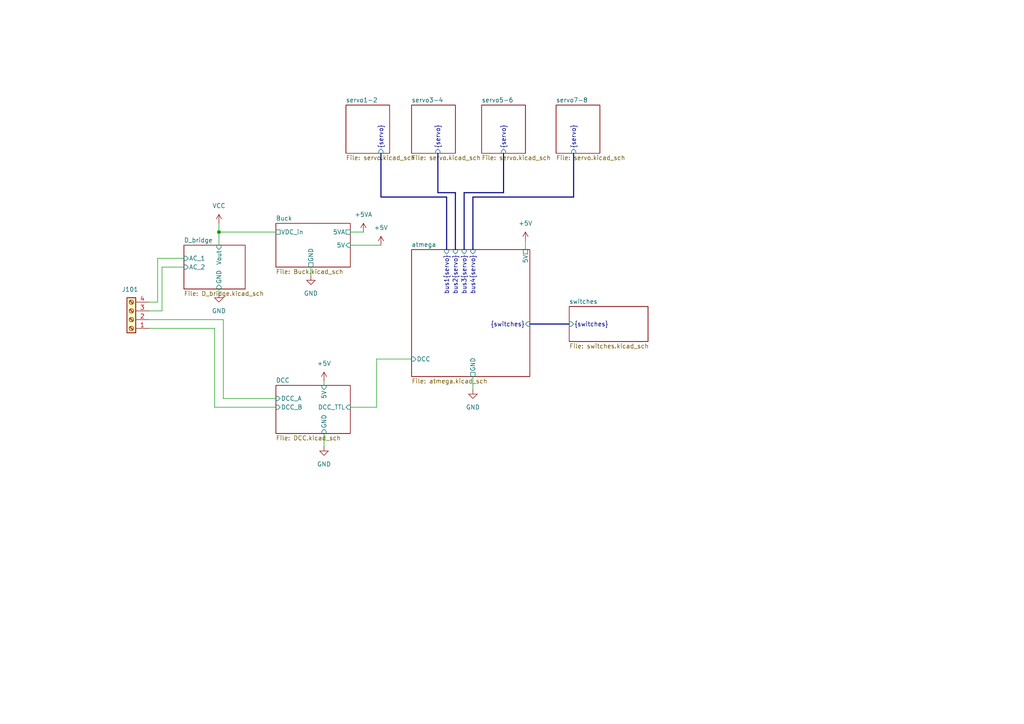
<source format=kicad_sch>
(kicad_sch (version 20231120) (generator "eeschema") (generator_version "8.0")
  (paper "A4")
  (lib_symbols
    (symbol "Connector:Screw_Terminal_01x04" (pin_names (offset 1.016) hide)
      (property "Reference" "J" (at 0 5.08 0))
      (property "Value" "Screw_Terminal_01x04" (at 0 -7.62 0))
      (symbol "Screw_Terminal_01x04_1_1"
        (rectangle (start -1.27 3.81) (end 1.27 -6.35) (stroke (width 0.254)) (fill (type background)))
        (circle (center 0 -5.08) (radius 0.635) (stroke (width 0.1524)))
        (circle (center 0 -2.54) (radius 0.635) (stroke (width 0.1524)))
        (polyline (pts (xy -0.5334 -4.7498) (xy 0.3302 -5.588)) (stroke (width 0.1524)))
        (polyline (pts (xy -0.5334 -2.2098) (xy 0.3302 -3.048)) (stroke (width 0.1524)))
        (polyline (pts (xy -0.5334 0.3302) (xy 0.3302 -0.508)) (stroke (width 0.1524)))
        (polyline (pts (xy -0.5334 2.8702) (xy 0.3302 2.032)) (stroke (width 0.1524)))
        (polyline (pts (xy -0.3556 -4.572) (xy 0.508 -5.4102)) (stroke (width 0.1524)))
        (polyline (pts (xy -0.3556 -2.032) (xy 0.508 -2.8702)) (stroke (width 0.1524)))
        (polyline (pts (xy -0.3556 0.508) (xy 0.508 -0.3302)) (stroke (width 0.1524)))
        (polyline (pts (xy -0.3556 3.048) (xy 0.508 2.2098)) (stroke (width 0.1524)))
        (circle (center 0 0) (radius 0.635) (stroke (width 0.1524)))
        (circle (center 0 2.54) (radius 0.635) (stroke (width 0.1524)))
        (pin passive line (at -5.08 2.54 0) (length 3.81) (name "Pin_1") (number "1"))
        (pin passive line (at -5.08 0 0) (length 3.81) (name "Pin_2") (number "2"))
        (pin passive line (at -5.08 -2.54 0) (length 3.81) (name "Pin_3") (number "3"))
        (pin passive line (at -5.08 -5.08 0) (length 3.81) (name "Pin_4") (number "4"))
      )
    )
    (symbol "power:+5V" (power) (pin_names (offset 0))
      (property "Value" "+5V" (at 0 3.556 0))
      (symbol "+5V_0_1"
        (polyline (pts (xy -0.762 1.27) (xy 0 2.54)))
        (polyline (pts (xy 0 0) (xy 0 2.54)))
        (polyline (pts (xy 0 2.54) (xy 0.762 1.27)))
      )
      (symbol "+5V_1_1"
        (pin power_in line (at 0 0 90) (length 0) hide (name "+5V") (number "1"))
      )
    )
    (symbol "power:+5VA" (power) (pin_names (offset 0))
      (property "Value" "+5VA" (at 0 3.556 0))
      (symbol "+5VA_0_1"
        (polyline (pts (xy -0.762 1.27) (xy 0 2.54)))
        (polyline (pts (xy 0 0) (xy 0 2.54)))
        (polyline (pts (xy 0 2.54) (xy 0.762 1.27)))
      )
      (symbol "+5VA_1_1"
        (pin power_in line (at 0 0 90) (length 0) hide (name "+5VA") (number "1"))
      )
    )
    (symbol "power:GND" (power) (pin_names (offset 0))
      (property "Value" "GND" (at 0 -3.81 0))
      (symbol "GND_0_1"
        (polyline (pts (xy 0 0) (xy 0 -1.27) (xy 1.27 -1.27) (xy 0 -2.54) (xy -1.27 -1.27) (xy 0 -1.27)))
      )
      (symbol "GND_1_1"
        (pin power_in line (at 0 0 270) (length 0) hide (name "GND") (number "1"))
      )
    )
    (symbol "power:VCC" (power) (pin_names (offset 0))
      (property "Value" "VCC" (at 0 3.81 0))
      (symbol "VCC_0_1"
        (polyline (pts (xy -0.762 1.27) (xy 0 2.54)))
        (polyline (pts (xy 0 0) (xy 0 2.54)))
        (polyline (pts (xy 0 2.54) (xy 0.762 1.27)))
      )
      (symbol "VCC_1_1"
        (pin power_in line (at 0 0 90) (length 0) hide (name "VCC") (number "1"))
      )
    )
  )
  (bus_alias "servo" (members "pin1" "pin2"))
  (bus_alias "switches" (members "sw1" "sw2" "sw3" "sw4" "sw5"))
  (junction (at 63.5 67.31))
  (wire (pts (xy 90.17 77.47) (xy 90.17 80.01)))
  (bus (pts (xy 146.05 55.88) (xy 146.05 44.45)))
  (bus (pts (xy 110.49 57.15) (xy 110.49 44.45)))
  (bus (pts (xy 127 44.45) (xy 127 55.88)))
  (bus (pts (xy 137.16 57.15) (xy 166.37 57.15)))
  (wire (pts (xy 109.22 104.14) (xy 119.38 104.14)))
  (wire (pts (xy 64.77 115.57) (xy 80.01 115.57)))
  (wire (pts (xy 62.23 118.11) (xy 80.01 118.11)))
  (wire (pts (xy 45.72 74.93) (xy 53.34 74.93)))
  (wire (pts (xy 63.5 83.82) (xy 63.5 85.09)))
  (wire (pts (xy 43.18 90.17) (xy 46.99 90.17)))
  (wire (pts (xy 93.98 125.73) (xy 93.98 129.54)))
  (bus (pts (xy 153.67 93.98) (xy 165.1 93.98)))
  (wire (pts (xy 43.18 92.71) (xy 64.77 92.71)))
  (bus (pts (xy 166.37 57.15) (xy 166.37 44.45)))
  (wire (pts (xy 43.18 95.25) (xy 62.23 95.25)))
  (bus (pts (xy 137.16 72.39) (xy 137.16 57.15)))
  (wire (pts (xy 64.77 92.71) (xy 64.77 115.57)))
  (wire (pts (xy 63.5 67.31) (xy 80.01 67.31)))
  (wire (pts (xy 62.23 95.25) (xy 62.23 118.11)))
  (bus (pts (xy 134.62 72.39) (xy 134.62 55.88)))
  (bus (pts (xy 127 55.88) (xy 132.08 55.88)))
  (wire (pts (xy 101.6 67.31) (xy 105.41 67.31)))
  (wire (pts (xy 63.5 64.77) (xy 63.5 67.31)))
  (wire (pts (xy 63.5 71.12) (xy 63.5 67.31)))
  (wire (pts (xy 43.18 87.63) (xy 45.72 87.63)))
  (wire (pts (xy 46.99 90.17) (xy 46.99 77.47)))
  (wire (pts (xy 152.4 69.85) (xy 152.4 72.39)))
  (wire (pts (xy 109.22 118.11) (xy 109.22 104.14)))
  (wire (pts (xy 46.99 77.47) (xy 53.34 77.47)))
  (bus (pts (xy 134.62 55.88) (xy 146.05 55.88)))
  (bus (pts (xy 132.08 55.88) (xy 132.08 72.39)))
  (wire (pts (xy 93.98 110.49) (xy 93.98 111.76)))
  (wire (pts (xy 137.16 109.22) (xy 137.16 113.03)))
  (bus (pts (xy 129.54 57.15) (xy 110.49 57.15)))
  (bus (pts (xy 129.54 72.39) (xy 129.54 57.15)))
  (wire (pts (xy 101.6 71.12) (xy 110.49 71.12)))
  (wire (pts (xy 101.6 118.11) (xy 109.22 118.11)))
  (wire (pts (xy 45.72 87.63) (xy 45.72 74.93)))
  (symbol (lib_id "power:GND") (at 137.16 113.03 0) (unit 1)
    (property "Reference" "#PWR0108" (effects (hide yes)))
    (property "Value" "GND" (at 137.16 118.11 0))
  )
  (symbol (lib_id "power:+5V") (at 152.4 69.85 0) (unit 1)
    (property "Reference" "#PWR0109" (effects (hide yes)))
    (property "Value" "+5V" (at 152.4 64.77 0))
  )
  (symbol (lib_id "power:GND") (at 93.98 129.54 0) (unit 1)
    (property "Reference" "#PWR0105" (effects (hide yes)))
    (property "Value" "GND" (at 93.98 134.62 0))
  )
  (symbol (lib_id "Connector:Screw_Terminal_01x04") (at 38.1 92.71 180) (unit 1)
    (property "Reference" "J101" (at 37.719 83.947 0))
    (property "Value" "Screw_Terminal_01x04" (effects (hide yes)))
    (property "Footprint" "Connector_Phoenix_MC:PhoenixContact_MC_1,5_4-G-3.5_1x04_P3.50mm_Horizontal" (effects (hide yes)))
    (property "JLCPCB Part#" "C395831" (effects (hide yes)))
  )
  (symbol (lib_id "power:+5V") (at 93.98 110.49 0) (unit 1)
    (property "Reference" "#PWR0104" (effects (hide yes)))
    (property "Value" "+5V" (at 93.98 105.41 0))
  )
  (symbol (lib_id "power:GND") (at 63.5 85.09 0) (unit 1)
    (property "Reference" "#PWR0110" (effects (hide yes)))
    (property "Value" "GND" (at 63.5 90.17 0))
  )
  (symbol (lib_id "power:+5VA") (at 105.41 67.31 0) (unit 1)
    (property "Reference" "#PWR0103" (effects (hide yes)))
    (property "Value" "+5VA" (at 105.41 62.23 0))
  )
  (symbol (lib_id "power:VCC") (at 63.5 64.77 0) (unit 1)
    (property "Reference" "#PWR0101" (effects (hide yes)))
    (property "Value" "VCC" (at 63.5 59.69 0))
  )
  (symbol (lib_id "power:GND") (at 90.17 80.01 0) (unit 1)
    (property "Reference" "#PWR0107" (effects (hide yes)))
    (property "Value" "GND" (at 90.17 85.09 0))
  )
  (symbol (lib_id "power:+5V") (at 110.49 71.12 0) (unit 1)
    (property "Reference" "#PWR0111" (effects (hide yes)))
    (property "Value" "+5V" (at 110.49 66.04 0))
  )
  (sheet (at 100.33 30.48) (size 12.7 13.97) (stroke (width 0.1524))
    (property "Sheetname" "servo1-2" (at 100.33 29.7684 0) (effects (justify left bottom)))
    (property "Sheetfile" "servo.kicad_sch" (at 100.33 45.0346 0) (effects (justify left top)))
    (pin "{servo}" input (at 110.49 44.45 270))
  )
  (sheet (at 165.1 88.9) (size 22.86 10.16) (stroke (width 0.1524))
    (property "Sheetname" "switches" (at 165.1 88.1884 0) (effects (justify left bottom)))
    (property "Sheetfile" "switches.kicad_sch" (at 165.1 99.6446 0) (effects (justify left top)))
    (pin "{switches}" input (at 165.1 93.98 180))
  )
  (sheet (at 53.34 71.12) (size 17.78 12.7) (stroke (width 0.1524))
    (property "Sheetname" "D_bridge" (at 53.34 70.4084 0) (effects (justify left bottom)))
    (property "Sheetfile" "D_bridge.kicad_sch" (at 53.34 84.4046 0) (effects (justify left top)))
    (pin "GND" input (at 63.5 83.82 270))
    (pin "Vout" input (at 63.5 71.12 90))
    (pin "AC_1" input (at 53.34 74.93 180))
    (pin "AC_2" input (at 53.34 77.47 180))
  )
  (sheet (at 80.01 111.76) (size 21.59 13.97) (stroke (width 0.1524))
    (property "Sheetname" "DCC" (at 80.01 111.0484 0) (effects (justify left bottom)))
    (property "Sheetfile" "DCC.kicad_sch" (at 80.01 126.3146 0) (effects (justify left top)))
    (pin "5V" input (at 93.98 111.76 90))
    (pin "DCC_TTL" input (at 101.6 118.11 0))
    (pin "GND" input (at 93.98 125.73 270))
    (pin "DCC_A" input (at 80.01 115.57 180))
    (pin "DCC_B" input (at 80.01 118.11 180))
  )
  (sheet (at 119.38 30.48) (size 12.7 13.97) (stroke (width 0.1524))
    (property "Sheetname" "servo3-4" (at 119.38 29.7684 0) (effects (justify left bottom)))
    (property "Sheetfile" "servo.kicad_sch" (at 119.38 45.0346 0) (effects (justify left top)))
    (pin "{servo}" input (at 127 44.45 270))
  )
  (sheet (at 80.01 64.77) (size 21.59 12.7) (stroke (width 0.1524))
    (property "Sheetname" "Buck" (at 80.01 64.0584 0) (effects (justify left bottom)))
    (property "Sheetfile" "Buck.kicad_sch" (at 80.01 78.0546 0) (effects (justify left top)))
    (pin "VDC_in" passive (at 80.01 67.31 180))
    (pin "GND" passive (at 90.17 77.47 270))
    (pin "5V" input (at 101.6 71.12 0))
    (pin "5VA" passive (at 101.6 67.31 0))
  )
  (sheet (at 139.7 30.48) (size 12.7 13.97) (stroke (width 0.1524))
    (property "Sheetname" "servo5-6" (at 139.7 29.7684 0) (effects (justify left bottom)))
    (property "Sheetfile" "servo.kicad_sch" (at 139.7 45.0346 0) (effects (justify left top)))
    (pin "{servo}" input (at 146.05 44.45 270))
  )
  (sheet (at 161.29 30.48) (size 12.7 13.97) (stroke (width 0.1524))
    (property "Sheetname" "servo7-8" (at 161.29 29.7684 0) (effects (justify left bottom)))
    (property "Sheetfile" "servo.kicad_sch" (at 161.29 45.0346 0) (effects (justify left top)))
    (pin "{servo}" input (at 166.37 44.45 270))
  )
  (sheet (at 119.38 72.39) (size 34.29 36.83) (stroke (width 0.1524))
    (property "Sheetname" "atmega" (at 119.38 71.6784 0) (effects (justify left bottom)))
    (property "Sheetfile" "atmega.kicad_sch" (at 119.38 109.8046 0) (effects (justify left top)))
    (pin "5V" passive (at 152.4 72.39 90))
    (pin "GND" passive (at 137.16 109.22 270))
    (pin "bus2{servo}" input (at 132.08 72.39 90))
    (pin "bus1{servo}" input (at 129.54 72.39 90))
    (pin "bus3{servo}" input (at 134.62 72.39 90))
    (pin "bus4{servo}" input (at 137.16 72.39 90))
    (pin "{switches}" input (at 153.67 93.98 0))
    (pin "DCC" input (at 119.38 104.14 180))
  )
)
</source>
